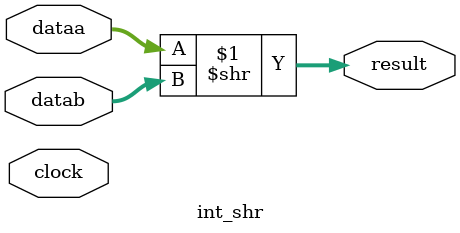
<source format=v>
module alu_complex (
	clock,
	srcA,
	srcB,
	complex_alu_op,
	select,
	result)/* synthesis synthesis_clearbox = 1 */;

input          clock;
input   [31:0] srcA;
input   [31:0] srcB;
input	[2:0]  complex_alu_op;
input   [2:0]  select;
output  [31:0] result;


wire   [31:0] srcA1;
wire   [31:0] srcA2;
wire   [31:0] srcA3;
wire   [31:0] srcA4;
wire   [31:0] srcA5;
wire   [31:0] result1;
wire   [31:0] result2;
wire   [31:0] result3;
wire   [31:0] result4;
wire   [31:0] result5;

assign srcA1 = (complex_alu_op == 3'h1)?srcA:32'd0;	//is this needed?
assign srcA2 = (complex_alu_op == 3'h2)?srcA:32'd0;
assign srcA3 = (complex_alu_op == 3'h3)?srcA:32'd0;
assign srcA4 = (complex_alu_op == 3'h4)?srcA:32'd0;
assign srcA5 = (complex_alu_op == 3'h5)?srcA:32'd0;

assign result = (select == 1)? result1 : ((select == 2)? result2 : ((select == 3)? result3:((select == 4)? result4 : ((select == 5)? result5 : 0))));


//******ALU Blocks Instantiation start******
   int_mult int_mult1(
      .clock (clock),
      .dataa (srcA1),
      .datab (srcB),
      .result(result1)
   );
   
   int_div int_div1(
      .clock (clock),
      .numer (srcA2),
      .denom (srcB),
      .quotient(result2)
   );
   
   int_mod int_mod1(
      .clock (clock),
      .dataa (srcA3),
      .datab (srcB),
      .result(result3)
   );
   
   int_shl int_shl1(
      .clock (clock),
      .dataa (srcA4),
      .datab (srcB),
      .result(result4)
   );

   int_shr int_shlr1(
      .clock (clock),
      .dataa (srcA5),
      .datab (srcB),
      .result(result5)
   );
//******ALU Blocks Instantiation end******
endmodule

//******ALU Blocks Definition start******
module int_mod(
      clock ,
      dataa ,
      datab ,
      result);
input    [31:0] dataa;
input    [31:0] datab;
output   [31:0] result;
input          clock;

assign result = dataa % datab;	//FIX
endmodule

module int_shl(
      clock ,
      dataa ,
      datab ,
      result);
input    [31:0] dataa;
input    [31:0] datab;
output   [31:0] result;
input          clock;

assign result = dataa << datab;	//FIX
endmodule

module int_shr(
      clock ,
      dataa ,
      datab ,
      result);
input    [31:0] dataa;
input    [31:0] datab;
output   [31:0] result;
input          clock;

assign result = dataa >> datab;	//FIX
endmodule
//******ALU Blocks Definition end******


//module int_mult(
//      clock ,
//      dataa ,
//      datab ,
//      result);
//input   [31:0] dataa;
//input   [31:0] datab;
//output   [31:0] result;
//input          clock;
//
//assign result = dataa * datab;
//
//endmodule

//Dead code
//always@(complex_alu_op, select)
////always@(complex_alu_op)
//begin
//      case(complex_alu_op)
//	4'h1: select = 1;
//	4'h2: select = 2;
//	4'h3: select = 3;
//	4'h4: select = 4;
//	default: select = select;	//FIX this
//      endcase
//end


</source>
